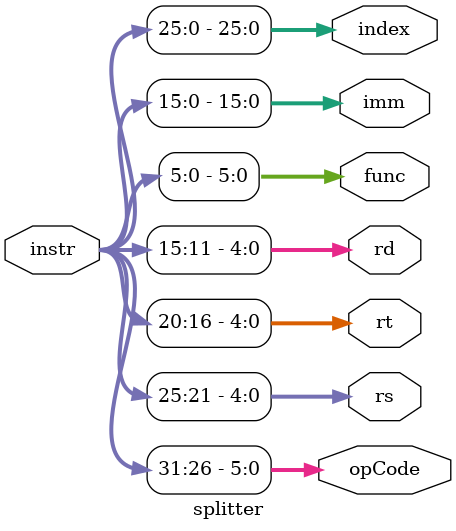
<source format=v>
module splitter(
    input [31:0] instr,
    output [5:0] opCode,
    output [4:0] rs,
    output [4:0] rt,
    output [4:0] rd,
    output [5:0] func,
    output [15:0] imm,
    output [25:0] index
);
assign opCode = instr[31:26];
assign rs = instr[25:21];
assign rt = instr[20:16];
assign rd = instr[15:11];
assign func = instr[5:0];
assign imm = instr[15:0];
assign index = instr[25:0];
endmodule
</source>
